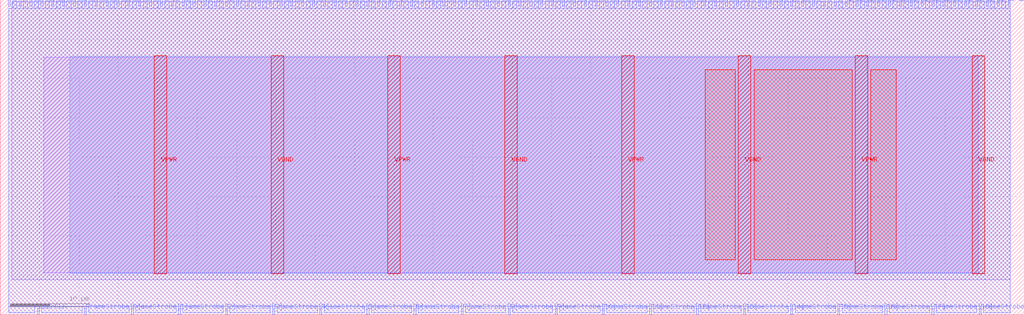
<source format=lef>
VERSION 5.7 ;
  NOWIREEXTENSIONATPIN ON ;
  DIVIDERCHAR "/" ;
  BUSBITCHARS "[]" ;
MACRO S_term_RAM_IO
  CLASS BLOCK ;
  FOREIGN S_term_RAM_IO ;
  ORIGIN 0.000 0.000 ;
  SIZE 130.000 BY 40.000 ;
  PIN FrameStrobe[0]
    DIRECTION INPUT ;
    USE SIGNAL ;
    ANTENNAGATEAREA 0.196500 ;
    PORT
      LAYER met2 ;
        RECT 10.670 0.000 10.950 0.800 ;
    END
  END FrameStrobe[0]
  PIN FrameStrobe[10]
    DIRECTION INPUT ;
    USE SIGNAL ;
    ANTENNAGATEAREA 0.196500 ;
    PORT
      LAYER met2 ;
        RECT 70.470 0.000 70.750 0.800 ;
    END
  END FrameStrobe[10]
  PIN FrameStrobe[11]
    DIRECTION INPUT ;
    USE SIGNAL ;
    ANTENNAGATEAREA 0.196500 ;
    PORT
      LAYER met2 ;
        RECT 76.450 0.000 76.730 0.800 ;
    END
  END FrameStrobe[11]
  PIN FrameStrobe[12]
    DIRECTION INPUT ;
    USE SIGNAL ;
    ANTENNAGATEAREA 0.196500 ;
    PORT
      LAYER met2 ;
        RECT 82.430 0.000 82.710 0.800 ;
    END
  END FrameStrobe[12]
  PIN FrameStrobe[13]
    DIRECTION INPUT ;
    USE SIGNAL ;
    ANTENNAGATEAREA 0.196500 ;
    PORT
      LAYER met2 ;
        RECT 88.410 0.000 88.690 0.800 ;
    END
  END FrameStrobe[13]
  PIN FrameStrobe[14]
    DIRECTION INPUT ;
    USE SIGNAL ;
    ANTENNAGATEAREA 0.196500 ;
    PORT
      LAYER met2 ;
        RECT 94.390 0.000 94.670 0.800 ;
    END
  END FrameStrobe[14]
  PIN FrameStrobe[15]
    DIRECTION INPUT ;
    USE SIGNAL ;
    ANTENNAGATEAREA 0.196500 ;
    PORT
      LAYER met2 ;
        RECT 100.370 0.000 100.650 0.800 ;
    END
  END FrameStrobe[15]
  PIN FrameStrobe[16]
    DIRECTION INPUT ;
    USE SIGNAL ;
    ANTENNAGATEAREA 0.196500 ;
    PORT
      LAYER met2 ;
        RECT 106.350 0.000 106.630 0.800 ;
    END
  END FrameStrobe[16]
  PIN FrameStrobe[17]
    DIRECTION INPUT ;
    USE SIGNAL ;
    ANTENNAGATEAREA 0.196500 ;
    PORT
      LAYER met2 ;
        RECT 112.330 0.000 112.610 0.800 ;
    END
  END FrameStrobe[17]
  PIN FrameStrobe[18]
    DIRECTION INPUT ;
    USE SIGNAL ;
    ANTENNAGATEAREA 0.196500 ;
    PORT
      LAYER met2 ;
        RECT 118.310 0.000 118.590 0.800 ;
    END
  END FrameStrobe[18]
  PIN FrameStrobe[19]
    DIRECTION INPUT ;
    USE SIGNAL ;
    ANTENNAGATEAREA 0.196500 ;
    PORT
      LAYER met2 ;
        RECT 124.290 0.000 124.570 0.800 ;
    END
  END FrameStrobe[19]
  PIN FrameStrobe[1]
    DIRECTION INPUT ;
    USE SIGNAL ;
    ANTENNAGATEAREA 0.196500 ;
    PORT
      LAYER met2 ;
        RECT 16.650 0.000 16.930 0.800 ;
    END
  END FrameStrobe[1]
  PIN FrameStrobe[2]
    DIRECTION INPUT ;
    USE SIGNAL ;
    ANTENNAGATEAREA 0.196500 ;
    PORT
      LAYER met2 ;
        RECT 22.630 0.000 22.910 0.800 ;
    END
  END FrameStrobe[2]
  PIN FrameStrobe[3]
    DIRECTION INPUT ;
    USE SIGNAL ;
    ANTENNAGATEAREA 0.196500 ;
    PORT
      LAYER met2 ;
        RECT 28.610 0.000 28.890 0.800 ;
    END
  END FrameStrobe[3]
  PIN FrameStrobe[4]
    DIRECTION INPUT ;
    USE SIGNAL ;
    ANTENNAGATEAREA 0.196500 ;
    PORT
      LAYER met2 ;
        RECT 34.590 0.000 34.870 0.800 ;
    END
  END FrameStrobe[4]
  PIN FrameStrobe[5]
    DIRECTION INPUT ;
    USE SIGNAL ;
    ANTENNAGATEAREA 0.196500 ;
    PORT
      LAYER met2 ;
        RECT 40.570 0.000 40.850 0.800 ;
    END
  END FrameStrobe[5]
  PIN FrameStrobe[6]
    DIRECTION INPUT ;
    USE SIGNAL ;
    ANTENNAGATEAREA 0.196500 ;
    PORT
      LAYER met2 ;
        RECT 46.550 0.000 46.830 0.800 ;
    END
  END FrameStrobe[6]
  PIN FrameStrobe[7]
    DIRECTION INPUT ;
    USE SIGNAL ;
    ANTENNAGATEAREA 0.196500 ;
    PORT
      LAYER met2 ;
        RECT 52.530 0.000 52.810 0.800 ;
    END
  END FrameStrobe[7]
  PIN FrameStrobe[8]
    DIRECTION INPUT ;
    USE SIGNAL ;
    ANTENNAGATEAREA 0.196500 ;
    PORT
      LAYER met2 ;
        RECT 58.510 0.000 58.790 0.800 ;
    END
  END FrameStrobe[8]
  PIN FrameStrobe[9]
    DIRECTION INPUT ;
    USE SIGNAL ;
    ANTENNAGATEAREA 0.196500 ;
    PORT
      LAYER met2 ;
        RECT 64.490 0.000 64.770 0.800 ;
    END
  END FrameStrobe[9]
  PIN FrameStrobe_O[0]
    DIRECTION OUTPUT TRISTATE ;
    USE SIGNAL ;
    ANTENNADIFFAREA 0.795200 ;
    PORT
      LAYER met2 ;
        RECT 101.750 39.200 102.030 40.000 ;
    END
  END FrameStrobe_O[0]
  PIN FrameStrobe_O[10]
    DIRECTION OUTPUT TRISTATE ;
    USE SIGNAL ;
    ANTENNADIFFAREA 0.795200 ;
    PORT
      LAYER met2 ;
        RECT 115.550 39.200 115.830 40.000 ;
    END
  END FrameStrobe_O[10]
  PIN FrameStrobe_O[11]
    DIRECTION OUTPUT TRISTATE ;
    USE SIGNAL ;
    ANTENNADIFFAREA 0.795200 ;
    PORT
      LAYER met2 ;
        RECT 116.930 39.200 117.210 40.000 ;
    END
  END FrameStrobe_O[11]
  PIN FrameStrobe_O[12]
    DIRECTION OUTPUT TRISTATE ;
    USE SIGNAL ;
    ANTENNADIFFAREA 0.795200 ;
    PORT
      LAYER met2 ;
        RECT 118.310 39.200 118.590 40.000 ;
    END
  END FrameStrobe_O[12]
  PIN FrameStrobe_O[13]
    DIRECTION OUTPUT TRISTATE ;
    USE SIGNAL ;
    ANTENNADIFFAREA 0.795200 ;
    PORT
      LAYER met2 ;
        RECT 119.690 39.200 119.970 40.000 ;
    END
  END FrameStrobe_O[13]
  PIN FrameStrobe_O[14]
    DIRECTION OUTPUT TRISTATE ;
    USE SIGNAL ;
    ANTENNADIFFAREA 0.795200 ;
    PORT
      LAYER met2 ;
        RECT 121.070 39.200 121.350 40.000 ;
    END
  END FrameStrobe_O[14]
  PIN FrameStrobe_O[15]
    DIRECTION OUTPUT TRISTATE ;
    USE SIGNAL ;
    ANTENNADIFFAREA 0.795200 ;
    PORT
      LAYER met2 ;
        RECT 122.450 39.200 122.730 40.000 ;
    END
  END FrameStrobe_O[15]
  PIN FrameStrobe_O[16]
    DIRECTION OUTPUT TRISTATE ;
    USE SIGNAL ;
    ANTENNADIFFAREA 0.795200 ;
    PORT
      LAYER met2 ;
        RECT 123.830 39.200 124.110 40.000 ;
    END
  END FrameStrobe_O[16]
  PIN FrameStrobe_O[17]
    DIRECTION OUTPUT TRISTATE ;
    USE SIGNAL ;
    ANTENNADIFFAREA 0.795200 ;
    PORT
      LAYER met2 ;
        RECT 125.210 39.200 125.490 40.000 ;
    END
  END FrameStrobe_O[17]
  PIN FrameStrobe_O[18]
    DIRECTION OUTPUT TRISTATE ;
    USE SIGNAL ;
    ANTENNADIFFAREA 0.795200 ;
    PORT
      LAYER met2 ;
        RECT 126.590 39.200 126.870 40.000 ;
    END
  END FrameStrobe_O[18]
  PIN FrameStrobe_O[19]
    DIRECTION OUTPUT TRISTATE ;
    USE SIGNAL ;
    ANTENNADIFFAREA 0.795200 ;
    PORT
      LAYER met2 ;
        RECT 127.970 39.200 128.250 40.000 ;
    END
  END FrameStrobe_O[19]
  PIN FrameStrobe_O[1]
    DIRECTION OUTPUT TRISTATE ;
    USE SIGNAL ;
    ANTENNADIFFAREA 0.795200 ;
    PORT
      LAYER met2 ;
        RECT 103.130 39.200 103.410 40.000 ;
    END
  END FrameStrobe_O[1]
  PIN FrameStrobe_O[2]
    DIRECTION OUTPUT TRISTATE ;
    USE SIGNAL ;
    ANTENNADIFFAREA 0.795200 ;
    PORT
      LAYER met2 ;
        RECT 104.510 39.200 104.790 40.000 ;
    END
  END FrameStrobe_O[2]
  PIN FrameStrobe_O[3]
    DIRECTION OUTPUT TRISTATE ;
    USE SIGNAL ;
    ANTENNADIFFAREA 0.795200 ;
    PORT
      LAYER met2 ;
        RECT 105.890 39.200 106.170 40.000 ;
    END
  END FrameStrobe_O[3]
  PIN FrameStrobe_O[4]
    DIRECTION OUTPUT TRISTATE ;
    USE SIGNAL ;
    ANTENNADIFFAREA 0.795200 ;
    PORT
      LAYER met2 ;
        RECT 107.270 39.200 107.550 40.000 ;
    END
  END FrameStrobe_O[4]
  PIN FrameStrobe_O[5]
    DIRECTION OUTPUT TRISTATE ;
    USE SIGNAL ;
    ANTENNADIFFAREA 0.795200 ;
    PORT
      LAYER met2 ;
        RECT 108.650 39.200 108.930 40.000 ;
    END
  END FrameStrobe_O[5]
  PIN FrameStrobe_O[6]
    DIRECTION OUTPUT TRISTATE ;
    USE SIGNAL ;
    ANTENNADIFFAREA 0.795200 ;
    PORT
      LAYER met2 ;
        RECT 110.030 39.200 110.310 40.000 ;
    END
  END FrameStrobe_O[6]
  PIN FrameStrobe_O[7]
    DIRECTION OUTPUT TRISTATE ;
    USE SIGNAL ;
    ANTENNADIFFAREA 0.795200 ;
    PORT
      LAYER met2 ;
        RECT 111.410 39.200 111.690 40.000 ;
    END
  END FrameStrobe_O[7]
  PIN FrameStrobe_O[8]
    DIRECTION OUTPUT TRISTATE ;
    USE SIGNAL ;
    ANTENNADIFFAREA 0.795200 ;
    PORT
      LAYER met2 ;
        RECT 112.790 39.200 113.070 40.000 ;
    END
  END FrameStrobe_O[8]
  PIN FrameStrobe_O[9]
    DIRECTION OUTPUT TRISTATE ;
    USE SIGNAL ;
    ANTENNADIFFAREA 0.795200 ;
    PORT
      LAYER met2 ;
        RECT 114.170 39.200 114.450 40.000 ;
    END
  END FrameStrobe_O[9]
  PIN N1BEG[0]
    DIRECTION OUTPUT TRISTATE ;
    USE SIGNAL ;
    ANTENNADIFFAREA 0.795200 ;
    PORT
      LAYER met2 ;
        RECT 1.010 39.200 1.290 40.000 ;
    END
  END N1BEG[0]
  PIN N1BEG[1]
    DIRECTION OUTPUT TRISTATE ;
    USE SIGNAL ;
    ANTENNADIFFAREA 0.795200 ;
    PORT
      LAYER met2 ;
        RECT 2.390 39.200 2.670 40.000 ;
    END
  END N1BEG[1]
  PIN N1BEG[2]
    DIRECTION OUTPUT TRISTATE ;
    USE SIGNAL ;
    ANTENNADIFFAREA 0.795200 ;
    PORT
      LAYER met2 ;
        RECT 3.770 39.200 4.050 40.000 ;
    END
  END N1BEG[2]
  PIN N1BEG[3]
    DIRECTION OUTPUT TRISTATE ;
    USE SIGNAL ;
    ANTENNADIFFAREA 0.795200 ;
    PORT
      LAYER met2 ;
        RECT 5.150 39.200 5.430 40.000 ;
    END
  END N1BEG[3]
  PIN N2BEG[0]
    DIRECTION OUTPUT TRISTATE ;
    USE SIGNAL ;
    ANTENNADIFFAREA 0.795200 ;
    PORT
      LAYER met2 ;
        RECT 6.530 39.200 6.810 40.000 ;
    END
  END N2BEG[0]
  PIN N2BEG[1]
    DIRECTION OUTPUT TRISTATE ;
    USE SIGNAL ;
    ANTENNADIFFAREA 0.795200 ;
    PORT
      LAYER met2 ;
        RECT 7.910 39.200 8.190 40.000 ;
    END
  END N2BEG[1]
  PIN N2BEG[2]
    DIRECTION OUTPUT TRISTATE ;
    USE SIGNAL ;
    ANTENNADIFFAREA 0.795200 ;
    PORT
      LAYER met2 ;
        RECT 9.290 39.200 9.570 40.000 ;
    END
  END N2BEG[2]
  PIN N2BEG[3]
    DIRECTION OUTPUT TRISTATE ;
    USE SIGNAL ;
    ANTENNADIFFAREA 0.795200 ;
    PORT
      LAYER met2 ;
        RECT 10.670 39.200 10.950 40.000 ;
    END
  END N2BEG[3]
  PIN N2BEG[4]
    DIRECTION OUTPUT TRISTATE ;
    USE SIGNAL ;
    ANTENNADIFFAREA 0.795200 ;
    PORT
      LAYER met2 ;
        RECT 12.050 39.200 12.330 40.000 ;
    END
  END N2BEG[4]
  PIN N2BEG[5]
    DIRECTION OUTPUT TRISTATE ;
    USE SIGNAL ;
    ANTENNADIFFAREA 0.795200 ;
    PORT
      LAYER met2 ;
        RECT 13.430 39.200 13.710 40.000 ;
    END
  END N2BEG[5]
  PIN N2BEG[6]
    DIRECTION OUTPUT TRISTATE ;
    USE SIGNAL ;
    ANTENNADIFFAREA 0.795200 ;
    PORT
      LAYER met2 ;
        RECT 14.810 39.200 15.090 40.000 ;
    END
  END N2BEG[6]
  PIN N2BEG[7]
    DIRECTION OUTPUT TRISTATE ;
    USE SIGNAL ;
    ANTENNADIFFAREA 0.795200 ;
    PORT
      LAYER met2 ;
        RECT 16.190 39.200 16.470 40.000 ;
    END
  END N2BEG[7]
  PIN N2BEGb[0]
    DIRECTION OUTPUT TRISTATE ;
    USE SIGNAL ;
    ANTENNADIFFAREA 0.795200 ;
    PORT
      LAYER met2 ;
        RECT 17.570 39.200 17.850 40.000 ;
    END
  END N2BEGb[0]
  PIN N2BEGb[1]
    DIRECTION OUTPUT TRISTATE ;
    USE SIGNAL ;
    ANTENNADIFFAREA 0.445500 ;
    PORT
      LAYER met2 ;
        RECT 18.950 39.200 19.230 40.000 ;
    END
  END N2BEGb[1]
  PIN N2BEGb[2]
    DIRECTION OUTPUT TRISTATE ;
    USE SIGNAL ;
    ANTENNADIFFAREA 0.795200 ;
    PORT
      LAYER met2 ;
        RECT 20.330 39.200 20.610 40.000 ;
    END
  END N2BEGb[2]
  PIN N2BEGb[3]
    DIRECTION OUTPUT TRISTATE ;
    USE SIGNAL ;
    ANTENNADIFFAREA 0.795200 ;
    PORT
      LAYER met2 ;
        RECT 21.710 39.200 21.990 40.000 ;
    END
  END N2BEGb[3]
  PIN N2BEGb[4]
    DIRECTION OUTPUT TRISTATE ;
    USE SIGNAL ;
    ANTENNADIFFAREA 0.795200 ;
    PORT
      LAYER met2 ;
        RECT 23.090 39.200 23.370 40.000 ;
    END
  END N2BEGb[4]
  PIN N2BEGb[5]
    DIRECTION OUTPUT TRISTATE ;
    USE SIGNAL ;
    ANTENNADIFFAREA 0.795200 ;
    PORT
      LAYER met2 ;
        RECT 24.470 39.200 24.750 40.000 ;
    END
  END N2BEGb[5]
  PIN N2BEGb[6]
    DIRECTION OUTPUT TRISTATE ;
    USE SIGNAL ;
    ANTENNADIFFAREA 0.795200 ;
    PORT
      LAYER met2 ;
        RECT 25.850 39.200 26.130 40.000 ;
    END
  END N2BEGb[6]
  PIN N2BEGb[7]
    DIRECTION OUTPUT TRISTATE ;
    USE SIGNAL ;
    ANTENNADIFFAREA 0.795200 ;
    PORT
      LAYER met2 ;
        RECT 27.230 39.200 27.510 40.000 ;
    END
  END N2BEGb[7]
  PIN N4BEG[0]
    DIRECTION OUTPUT TRISTATE ;
    USE SIGNAL ;
    ANTENNADIFFAREA 0.795200 ;
    PORT
      LAYER met2 ;
        RECT 28.610 39.200 28.890 40.000 ;
    END
  END N4BEG[0]
  PIN N4BEG[10]
    DIRECTION OUTPUT TRISTATE ;
    USE SIGNAL ;
    ANTENNADIFFAREA 0.795200 ;
    PORT
      LAYER met2 ;
        RECT 42.410 39.200 42.690 40.000 ;
    END
  END N4BEG[10]
  PIN N4BEG[11]
    DIRECTION OUTPUT TRISTATE ;
    USE SIGNAL ;
    ANTENNADIFFAREA 0.795200 ;
    PORT
      LAYER met2 ;
        RECT 43.790 39.200 44.070 40.000 ;
    END
  END N4BEG[11]
  PIN N4BEG[12]
    DIRECTION OUTPUT TRISTATE ;
    USE SIGNAL ;
    ANTENNADIFFAREA 0.445500 ;
    PORT
      LAYER met2 ;
        RECT 45.170 39.200 45.450 40.000 ;
    END
  END N4BEG[12]
  PIN N4BEG[13]
    DIRECTION OUTPUT TRISTATE ;
    USE SIGNAL ;
    ANTENNADIFFAREA 0.795200 ;
    PORT
      LAYER met2 ;
        RECT 46.550 39.200 46.830 40.000 ;
    END
  END N4BEG[13]
  PIN N4BEG[14]
    DIRECTION OUTPUT TRISTATE ;
    USE SIGNAL ;
    ANTENNADIFFAREA 0.795200 ;
    PORT
      LAYER met2 ;
        RECT 47.930 39.200 48.210 40.000 ;
    END
  END N4BEG[14]
  PIN N4BEG[15]
    DIRECTION OUTPUT TRISTATE ;
    USE SIGNAL ;
    ANTENNADIFFAREA 0.795200 ;
    PORT
      LAYER met2 ;
        RECT 49.310 39.200 49.590 40.000 ;
    END
  END N4BEG[15]
  PIN N4BEG[1]
    DIRECTION OUTPUT TRISTATE ;
    USE SIGNAL ;
    ANTENNADIFFAREA 0.795200 ;
    PORT
      LAYER met2 ;
        RECT 29.990 39.200 30.270 40.000 ;
    END
  END N4BEG[1]
  PIN N4BEG[2]
    DIRECTION OUTPUT TRISTATE ;
    USE SIGNAL ;
    ANTENNADIFFAREA 0.445500 ;
    PORT
      LAYER met2 ;
        RECT 31.370 39.200 31.650 40.000 ;
    END
  END N4BEG[2]
  PIN N4BEG[3]
    DIRECTION OUTPUT TRISTATE ;
    USE SIGNAL ;
    ANTENNADIFFAREA 0.795200 ;
    PORT
      LAYER met2 ;
        RECT 32.750 39.200 33.030 40.000 ;
    END
  END N4BEG[3]
  PIN N4BEG[4]
    DIRECTION OUTPUT TRISTATE ;
    USE SIGNAL ;
    ANTENNADIFFAREA 0.795200 ;
    PORT
      LAYER met2 ;
        RECT 34.130 39.200 34.410 40.000 ;
    END
  END N4BEG[4]
  PIN N4BEG[5]
    DIRECTION OUTPUT TRISTATE ;
    USE SIGNAL ;
    ANTENNADIFFAREA 0.795200 ;
    PORT
      LAYER met2 ;
        RECT 35.510 39.200 35.790 40.000 ;
    END
  END N4BEG[5]
  PIN N4BEG[6]
    DIRECTION OUTPUT TRISTATE ;
    USE SIGNAL ;
    ANTENNADIFFAREA 0.795200 ;
    PORT
      LAYER met2 ;
        RECT 36.890 39.200 37.170 40.000 ;
    END
  END N4BEG[6]
  PIN N4BEG[7]
    DIRECTION OUTPUT TRISTATE ;
    USE SIGNAL ;
    ANTENNADIFFAREA 0.445500 ;
    PORT
      LAYER met2 ;
        RECT 38.270 39.200 38.550 40.000 ;
    END
  END N4BEG[7]
  PIN N4BEG[8]
    DIRECTION OUTPUT TRISTATE ;
    USE SIGNAL ;
    ANTENNADIFFAREA 0.795200 ;
    PORT
      LAYER met2 ;
        RECT 39.650 39.200 39.930 40.000 ;
    END
  END N4BEG[8]
  PIN N4BEG[9]
    DIRECTION OUTPUT TRISTATE ;
    USE SIGNAL ;
    ANTENNADIFFAREA 0.795200 ;
    PORT
      LAYER met2 ;
        RECT 41.030 39.200 41.310 40.000 ;
    END
  END N4BEG[9]
  PIN S1END[0]
    DIRECTION INPUT ;
    USE SIGNAL ;
    ANTENNAGATEAREA 0.196500 ;
    PORT
      LAYER met2 ;
        RECT 50.690 39.200 50.970 40.000 ;
    END
  END S1END[0]
  PIN S1END[1]
    DIRECTION INPUT ;
    USE SIGNAL ;
    ANTENNAGATEAREA 0.196500 ;
    PORT
      LAYER met2 ;
        RECT 52.070 39.200 52.350 40.000 ;
    END
  END S1END[1]
  PIN S1END[2]
    DIRECTION INPUT ;
    USE SIGNAL ;
    ANTENNAGATEAREA 0.196500 ;
    PORT
      LAYER met2 ;
        RECT 53.450 39.200 53.730 40.000 ;
    END
  END S1END[2]
  PIN S1END[3]
    DIRECTION INPUT ;
    USE SIGNAL ;
    ANTENNAGATEAREA 0.196500 ;
    PORT
      LAYER met2 ;
        RECT 54.830 39.200 55.110 40.000 ;
    END
  END S1END[3]
  PIN S2END[0]
    DIRECTION INPUT ;
    USE SIGNAL ;
    ANTENNAGATEAREA 0.196500 ;
    PORT
      LAYER met2 ;
        RECT 56.210 39.200 56.490 40.000 ;
    END
  END S2END[0]
  PIN S2END[1]
    DIRECTION INPUT ;
    USE SIGNAL ;
    ANTENNAGATEAREA 0.196500 ;
    PORT
      LAYER met2 ;
        RECT 57.590 39.200 57.870 40.000 ;
    END
  END S2END[1]
  PIN S2END[2]
    DIRECTION INPUT ;
    USE SIGNAL ;
    ANTENNAGATEAREA 0.196500 ;
    PORT
      LAYER met2 ;
        RECT 58.970 39.200 59.250 40.000 ;
    END
  END S2END[2]
  PIN S2END[3]
    DIRECTION INPUT ;
    USE SIGNAL ;
    ANTENNAGATEAREA 0.196500 ;
    PORT
      LAYER met2 ;
        RECT 60.350 39.200 60.630 40.000 ;
    END
  END S2END[3]
  PIN S2END[4]
    DIRECTION INPUT ;
    USE SIGNAL ;
    ANTENNAGATEAREA 0.196500 ;
    PORT
      LAYER met2 ;
        RECT 61.730 39.200 62.010 40.000 ;
    END
  END S2END[4]
  PIN S2END[5]
    DIRECTION INPUT ;
    USE SIGNAL ;
    ANTENNAGATEAREA 0.196500 ;
    PORT
      LAYER met2 ;
        RECT 63.110 39.200 63.390 40.000 ;
    END
  END S2END[5]
  PIN S2END[6]
    DIRECTION INPUT ;
    USE SIGNAL ;
    ANTENNAGATEAREA 0.196500 ;
    PORT
      LAYER met2 ;
        RECT 64.490 39.200 64.770 40.000 ;
    END
  END S2END[6]
  PIN S2END[7]
    DIRECTION INPUT ;
    USE SIGNAL ;
    ANTENNAGATEAREA 0.196500 ;
    PORT
      LAYER met2 ;
        RECT 65.870 39.200 66.150 40.000 ;
    END
  END S2END[7]
  PIN S2MID[0]
    DIRECTION INPUT ;
    USE SIGNAL ;
    ANTENNAGATEAREA 0.196500 ;
    PORT
      LAYER met2 ;
        RECT 67.250 39.200 67.530 40.000 ;
    END
  END S2MID[0]
  PIN S2MID[1]
    DIRECTION INPUT ;
    USE SIGNAL ;
    ANTENNAGATEAREA 0.196500 ;
    PORT
      LAYER met2 ;
        RECT 68.630 39.200 68.910 40.000 ;
    END
  END S2MID[1]
  PIN S2MID[2]
    DIRECTION INPUT ;
    USE SIGNAL ;
    ANTENNAGATEAREA 0.196500 ;
    PORT
      LAYER met2 ;
        RECT 70.010 39.200 70.290 40.000 ;
    END
  END S2MID[2]
  PIN S2MID[3]
    DIRECTION INPUT ;
    USE SIGNAL ;
    ANTENNAGATEAREA 0.196500 ;
    PORT
      LAYER met2 ;
        RECT 71.390 39.200 71.670 40.000 ;
    END
  END S2MID[3]
  PIN S2MID[4]
    DIRECTION INPUT ;
    USE SIGNAL ;
    ANTENNAGATEAREA 0.196500 ;
    PORT
      LAYER met2 ;
        RECT 72.770 39.200 73.050 40.000 ;
    END
  END S2MID[4]
  PIN S2MID[5]
    DIRECTION INPUT ;
    USE SIGNAL ;
    ANTENNAGATEAREA 0.196500 ;
    PORT
      LAYER met2 ;
        RECT 74.150 39.200 74.430 40.000 ;
    END
  END S2MID[5]
  PIN S2MID[6]
    DIRECTION INPUT ;
    USE SIGNAL ;
    ANTENNAGATEAREA 0.196500 ;
    PORT
      LAYER met2 ;
        RECT 75.530 39.200 75.810 40.000 ;
    END
  END S2MID[6]
  PIN S2MID[7]
    DIRECTION INPUT ;
    USE SIGNAL ;
    ANTENNAGATEAREA 0.196500 ;
    PORT
      LAYER met2 ;
        RECT 76.910 39.200 77.190 40.000 ;
    END
  END S2MID[7]
  PIN S4END[0]
    DIRECTION INPUT ;
    USE SIGNAL ;
    ANTENNAGATEAREA 0.196500 ;
    PORT
      LAYER met2 ;
        RECT 78.290 39.200 78.570 40.000 ;
    END
  END S4END[0]
  PIN S4END[10]
    DIRECTION INPUT ;
    USE SIGNAL ;
    ANTENNAGATEAREA 0.196500 ;
    PORT
      LAYER met2 ;
        RECT 92.090 39.200 92.370 40.000 ;
    END
  END S4END[10]
  PIN S4END[11]
    DIRECTION INPUT ;
    USE SIGNAL ;
    ANTENNAGATEAREA 0.196500 ;
    PORT
      LAYER met2 ;
        RECT 93.470 39.200 93.750 40.000 ;
    END
  END S4END[11]
  PIN S4END[12]
    DIRECTION INPUT ;
    USE SIGNAL ;
    ANTENNAGATEAREA 0.196500 ;
    PORT
      LAYER met2 ;
        RECT 94.850 39.200 95.130 40.000 ;
    END
  END S4END[12]
  PIN S4END[13]
    DIRECTION INPUT ;
    USE SIGNAL ;
    ANTENNAGATEAREA 0.196500 ;
    PORT
      LAYER met2 ;
        RECT 96.230 39.200 96.510 40.000 ;
    END
  END S4END[13]
  PIN S4END[14]
    DIRECTION INPUT ;
    USE SIGNAL ;
    ANTENNAGATEAREA 0.196500 ;
    PORT
      LAYER met2 ;
        RECT 97.610 39.200 97.890 40.000 ;
    END
  END S4END[14]
  PIN S4END[15]
    DIRECTION INPUT ;
    USE SIGNAL ;
    ANTENNAGATEAREA 0.196500 ;
    PORT
      LAYER met2 ;
        RECT 98.990 39.200 99.270 40.000 ;
    END
  END S4END[15]
  PIN S4END[1]
    DIRECTION INPUT ;
    USE SIGNAL ;
    ANTENNAGATEAREA 0.196500 ;
    PORT
      LAYER met2 ;
        RECT 79.670 39.200 79.950 40.000 ;
    END
  END S4END[1]
  PIN S4END[2]
    DIRECTION INPUT ;
    USE SIGNAL ;
    ANTENNAGATEAREA 0.196500 ;
    PORT
      LAYER met2 ;
        RECT 81.050 39.200 81.330 40.000 ;
    END
  END S4END[2]
  PIN S4END[3]
    DIRECTION INPUT ;
    USE SIGNAL ;
    ANTENNAGATEAREA 0.196500 ;
    PORT
      LAYER met2 ;
        RECT 82.430 39.200 82.710 40.000 ;
    END
  END S4END[3]
  PIN S4END[4]
    DIRECTION INPUT ;
    USE SIGNAL ;
    ANTENNAGATEAREA 0.196500 ;
    PORT
      LAYER met2 ;
        RECT 83.810 39.200 84.090 40.000 ;
    END
  END S4END[4]
  PIN S4END[5]
    DIRECTION INPUT ;
    USE SIGNAL ;
    ANTENNAGATEAREA 0.196500 ;
    PORT
      LAYER met2 ;
        RECT 85.190 39.200 85.470 40.000 ;
    END
  END S4END[5]
  PIN S4END[6]
    DIRECTION INPUT ;
    USE SIGNAL ;
    ANTENNAGATEAREA 0.196500 ;
    PORT
      LAYER met2 ;
        RECT 86.570 39.200 86.850 40.000 ;
    END
  END S4END[6]
  PIN S4END[7]
    DIRECTION INPUT ;
    USE SIGNAL ;
    ANTENNAGATEAREA 0.196500 ;
    PORT
      LAYER met2 ;
        RECT 87.950 39.200 88.230 40.000 ;
    END
  END S4END[7]
  PIN S4END[8]
    DIRECTION INPUT ;
    USE SIGNAL ;
    ANTENNAGATEAREA 0.196500 ;
    PORT
      LAYER met2 ;
        RECT 89.330 39.200 89.610 40.000 ;
    END
  END S4END[8]
  PIN S4END[9]
    DIRECTION INPUT ;
    USE SIGNAL ;
    ANTENNAGATEAREA 0.196500 ;
    PORT
      LAYER met2 ;
        RECT 90.710 39.200 90.990 40.000 ;
    END
  END S4END[9]
  PIN UserCLK
    DIRECTION INPUT ;
    USE SIGNAL ;
    ANTENNAGATEAREA 0.196500 ;
    PORT
      LAYER met2 ;
        RECT 4.690 0.000 4.970 0.800 ;
    END
  END UserCLK
  PIN UserCLKo
    DIRECTION OUTPUT TRISTATE ;
    USE SIGNAL ;
    ANTENNADIFFAREA 0.795200 ;
    PORT
      LAYER met2 ;
        RECT 100.370 39.200 100.650 40.000 ;
    END
  END UserCLKo
  PIN VGND
    DIRECTION INOUT ;
    USE GROUND ;
    PORT
      LAYER met4 ;
        RECT 34.390 5.200 35.990 32.880 ;
    END
    PORT
      LAYER met4 ;
        RECT 64.060 5.200 65.660 32.880 ;
    END
    PORT
      LAYER met4 ;
        RECT 93.730 5.200 95.330 32.880 ;
    END
    PORT
      LAYER met4 ;
        RECT 123.400 5.200 125.000 32.880 ;
    END
  END VGND
  PIN VPWR
    DIRECTION INOUT ;
    USE POWER ;
    PORT
      LAYER met4 ;
        RECT 19.555 5.200 21.155 32.880 ;
    END
    PORT
      LAYER met4 ;
        RECT 49.225 5.200 50.825 32.880 ;
    END
    PORT
      LAYER met4 ;
        RECT 78.895 5.200 80.495 32.880 ;
    END
    PORT
      LAYER met4 ;
        RECT 108.565 5.200 110.165 32.880 ;
    END
  END VPWR
  OBS
      LAYER li1 ;
        RECT 5.520 5.355 124.200 32.725 ;
      LAYER met1 ;
        RECT 1.450 4.460 128.270 39.740 ;
      LAYER met2 ;
        RECT 1.570 38.920 2.110 39.850 ;
        RECT 2.950 38.920 3.490 39.850 ;
        RECT 4.330 38.920 4.870 39.850 ;
        RECT 5.710 38.920 6.250 39.850 ;
        RECT 7.090 38.920 7.630 39.850 ;
        RECT 8.470 38.920 9.010 39.850 ;
        RECT 9.850 38.920 10.390 39.850 ;
        RECT 11.230 38.920 11.770 39.850 ;
        RECT 12.610 38.920 13.150 39.850 ;
        RECT 13.990 38.920 14.530 39.850 ;
        RECT 15.370 38.920 15.910 39.850 ;
        RECT 16.750 38.920 17.290 39.850 ;
        RECT 18.130 38.920 18.670 39.850 ;
        RECT 19.510 38.920 20.050 39.850 ;
        RECT 20.890 38.920 21.430 39.850 ;
        RECT 22.270 38.920 22.810 39.850 ;
        RECT 23.650 38.920 24.190 39.850 ;
        RECT 25.030 38.920 25.570 39.850 ;
        RECT 26.410 38.920 26.950 39.850 ;
        RECT 27.790 38.920 28.330 39.850 ;
        RECT 29.170 38.920 29.710 39.850 ;
        RECT 30.550 38.920 31.090 39.850 ;
        RECT 31.930 38.920 32.470 39.850 ;
        RECT 33.310 38.920 33.850 39.850 ;
        RECT 34.690 38.920 35.230 39.850 ;
        RECT 36.070 38.920 36.610 39.850 ;
        RECT 37.450 38.920 37.990 39.850 ;
        RECT 38.830 38.920 39.370 39.850 ;
        RECT 40.210 38.920 40.750 39.850 ;
        RECT 41.590 38.920 42.130 39.850 ;
        RECT 42.970 38.920 43.510 39.850 ;
        RECT 44.350 38.920 44.890 39.850 ;
        RECT 45.730 38.920 46.270 39.850 ;
        RECT 47.110 38.920 47.650 39.850 ;
        RECT 48.490 38.920 49.030 39.850 ;
        RECT 49.870 38.920 50.410 39.850 ;
        RECT 51.250 38.920 51.790 39.850 ;
        RECT 52.630 38.920 53.170 39.850 ;
        RECT 54.010 38.920 54.550 39.850 ;
        RECT 55.390 38.920 55.930 39.850 ;
        RECT 56.770 38.920 57.310 39.850 ;
        RECT 58.150 38.920 58.690 39.850 ;
        RECT 59.530 38.920 60.070 39.850 ;
        RECT 60.910 38.920 61.450 39.850 ;
        RECT 62.290 38.920 62.830 39.850 ;
        RECT 63.670 38.920 64.210 39.850 ;
        RECT 65.050 38.920 65.590 39.850 ;
        RECT 66.430 38.920 66.970 39.850 ;
        RECT 67.810 38.920 68.350 39.850 ;
        RECT 69.190 38.920 69.730 39.850 ;
        RECT 70.570 38.920 71.110 39.850 ;
        RECT 71.950 38.920 72.490 39.850 ;
        RECT 73.330 38.920 73.870 39.850 ;
        RECT 74.710 38.920 75.250 39.850 ;
        RECT 76.090 38.920 76.630 39.850 ;
        RECT 77.470 38.920 78.010 39.850 ;
        RECT 78.850 38.920 79.390 39.850 ;
        RECT 80.230 38.920 80.770 39.850 ;
        RECT 81.610 38.920 82.150 39.850 ;
        RECT 82.990 38.920 83.530 39.850 ;
        RECT 84.370 38.920 84.910 39.850 ;
        RECT 85.750 38.920 86.290 39.850 ;
        RECT 87.130 38.920 87.670 39.850 ;
        RECT 88.510 38.920 89.050 39.850 ;
        RECT 89.890 38.920 90.430 39.850 ;
        RECT 91.270 38.920 91.810 39.850 ;
        RECT 92.650 38.920 93.190 39.850 ;
        RECT 94.030 38.920 94.570 39.850 ;
        RECT 95.410 38.920 95.950 39.850 ;
        RECT 96.790 38.920 97.330 39.850 ;
        RECT 98.170 38.920 98.710 39.850 ;
        RECT 99.550 38.920 100.090 39.850 ;
        RECT 100.930 38.920 101.470 39.850 ;
        RECT 102.310 38.920 102.850 39.850 ;
        RECT 103.690 38.920 104.230 39.850 ;
        RECT 105.070 38.920 105.610 39.850 ;
        RECT 106.450 38.920 106.990 39.850 ;
        RECT 107.830 38.920 108.370 39.850 ;
        RECT 109.210 38.920 109.750 39.850 ;
        RECT 110.590 38.920 111.130 39.850 ;
        RECT 111.970 38.920 112.510 39.850 ;
        RECT 113.350 38.920 113.890 39.850 ;
        RECT 114.730 38.920 115.270 39.850 ;
        RECT 116.110 38.920 116.650 39.850 ;
        RECT 117.490 38.920 118.030 39.850 ;
        RECT 118.870 38.920 119.410 39.850 ;
        RECT 120.250 38.920 120.790 39.850 ;
        RECT 121.630 38.920 122.170 39.850 ;
        RECT 123.010 38.920 123.550 39.850 ;
        RECT 124.390 38.920 124.930 39.850 ;
        RECT 125.770 38.920 126.310 39.850 ;
        RECT 127.150 38.920 127.690 39.850 ;
        RECT 1.080 1.080 128.240 38.920 ;
        RECT 1.080 0.270 4.410 1.080 ;
        RECT 5.250 0.270 10.390 1.080 ;
        RECT 11.230 0.270 16.370 1.080 ;
        RECT 17.210 0.270 22.350 1.080 ;
        RECT 23.190 0.270 28.330 1.080 ;
        RECT 29.170 0.270 34.310 1.080 ;
        RECT 35.150 0.270 40.290 1.080 ;
        RECT 41.130 0.270 46.270 1.080 ;
        RECT 47.110 0.270 52.250 1.080 ;
        RECT 53.090 0.270 58.230 1.080 ;
        RECT 59.070 0.270 64.210 1.080 ;
        RECT 65.050 0.270 70.190 1.080 ;
        RECT 71.030 0.270 76.170 1.080 ;
        RECT 77.010 0.270 82.150 1.080 ;
        RECT 82.990 0.270 88.130 1.080 ;
        RECT 88.970 0.270 94.110 1.080 ;
        RECT 94.950 0.270 100.090 1.080 ;
        RECT 100.930 0.270 106.070 1.080 ;
        RECT 106.910 0.270 112.050 1.080 ;
        RECT 112.890 0.270 118.030 1.080 ;
        RECT 118.870 0.270 124.010 1.080 ;
        RECT 124.850 0.270 128.240 1.080 ;
      LAYER met3 ;
        RECT 8.805 5.275 124.990 32.805 ;
      LAYER met4 ;
        RECT 89.535 6.975 93.330 31.105 ;
        RECT 95.730 6.975 108.165 31.105 ;
        RECT 110.565 6.975 113.785 31.105 ;
  END
END S_term_RAM_IO
END LIBRARY


</source>
